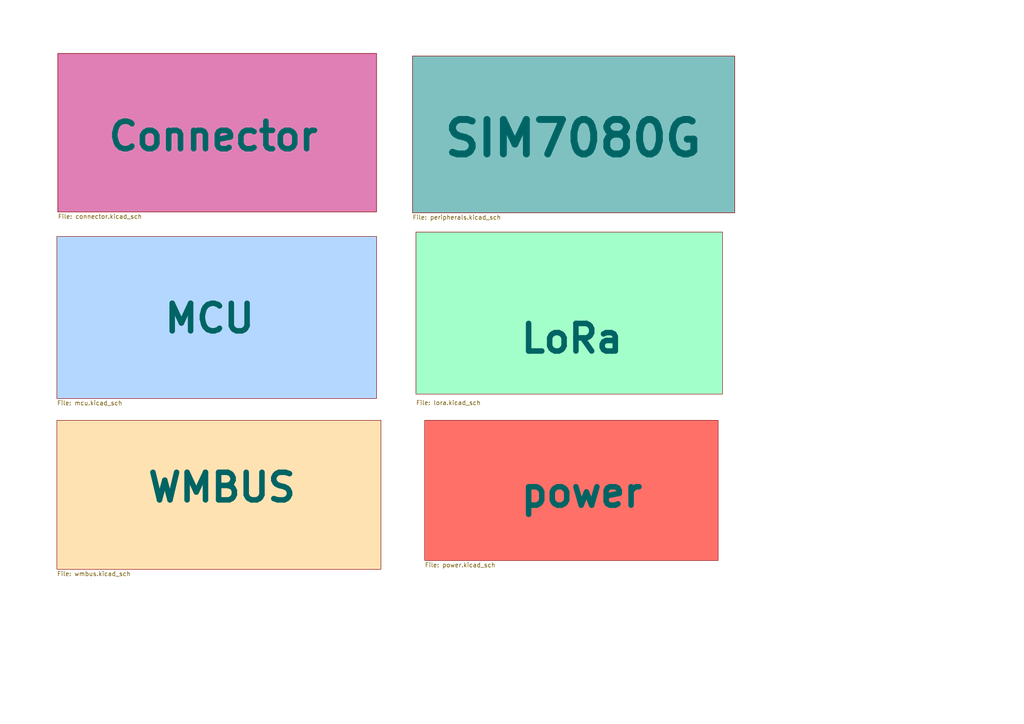
<source format=kicad_sch>
(kicad_sch
	(version 20231120)
	(generator "eeschema")
	(generator_version "8.0")
	(uuid "9e4c0f80-14bc-451b-8b05-b2f0d1a90e15")
	(paper "A4")
	(title_block
		(title "IoT Gateway")
		(date "2024-10-15")
		(rev "v0.1.0")
		(company "Abstract Machines")
		(comment 1 "Designed By: Rodney Osodo")
		(comment 2 "Approved By: Jones Kisaka")
	)
	(lib_symbols)
	(sheet
		(at 123.19 121.92)
		(size 85.09 40.64)
		(stroke
			(width 0.1524)
			(type solid)
		)
		(fill
			(color 255 112 105 1.0000)
		)
		(uuid "310ecb84-34d7-40c7-af4a-64082051a5f6")
		(property "Sheetname" "power"
			(at 150.368 147.574 0)
			(effects
				(font
					(size 8.001 8.001)
					(thickness 1.6002)
					(bold yes)
				)
				(justify left bottom)
			)
		)
		(property "Sheetfile" "power.kicad_sch"
			(at 123.19 163.1446 0)
			(effects
				(font
					(size 1.27 1.27)
				)
				(justify left top)
			)
		)
		(instances
			(project "s0"
				(path "/9e4c0f80-14bc-451b-8b05-b2f0d1a90e15"
					(page "7")
				)
			)
		)
	)
	(sheet
		(at 16.51 121.92)
		(size 93.98 43.18)
		(stroke
			(width 0.1524)
			(type solid)
		)
		(fill
			(color 255 226 178 1.0000)
		)
		(uuid "3bbb84ad-503a-4b2d-9543-6ed81c985ce9")
		(property "Sheetname" "WMBUS"
			(at 42.164 146.05 0)
			(effects
				(font
					(size 8 8)
					(thickness 1.6)
					(bold yes)
				)
				(justify left bottom)
			)
		)
		(property "Sheetfile" "wmbus.kicad_sch"
			(at 16.51 165.6846 0)
			(effects
				(font
					(size 1.27 1.27)
				)
				(justify left top)
			)
		)
		(instances
			(project "s0"
				(path "/9e4c0f80-14bc-451b-8b05-b2f0d1a90e15"
					(page "6")
				)
			)
		)
	)
	(sheet
		(at 16.51 68.58)
		(size 92.71 46.99)
		(stroke
			(width 0.1524)
			(type solid)
		)
		(fill
			(color 179 215 255 1.0000)
		)
		(uuid "5c610c02-cc6e-495f-915f-5f97a877cabd")
		(property "Sheetname" "MCU"
			(at 46.99 97.028 0)
			(effects
				(font
					(size 8 8)
					(thickness 1.6)
					(bold yes)
				)
				(justify left bottom)
			)
		)
		(property "Sheetfile" "mcu.kicad_sch"
			(at 16.51 116.1546 0)
			(effects
				(font
					(size 1.27 1.27)
				)
				(justify left top)
			)
		)
		(instances
			(project "s0"
				(path "/9e4c0f80-14bc-451b-8b05-b2f0d1a90e15"
					(page "4")
				)
			)
		)
	)
	(sheet
		(at 119.634 16.256)
		(size 93.472 45.466)
		(stroke
			(width 0.1524)
			(type solid)
		)
		(fill
			(color 0 132 132 0.5000)
		)
		(uuid "6cab89f1-e367-45d3-9508-6366c1d394b8")
		(property "Sheetname" "SIM7080G"
			(at 128.016 45.974 0)
			(effects
				(font
					(size 10 10)
					(thickness 2)
					(bold yes)
				)
				(justify left bottom)
			)
		)
		(property "Sheetfile" "peripherals.kicad_sch"
			(at 119.634 62.3066 0)
			(effects
				(font
					(size 1.27 1.27)
				)
				(justify left top)
			)
		)
		(instances
			(project "s0"
				(path "/9e4c0f80-14bc-451b-8b05-b2f0d1a90e15"
					(page "3")
				)
			)
		)
	)
	(sheet
		(at 16.764 15.494)
		(size 92.456 45.974)
		(stroke
			(width 0.1524)
			(type solid)
		)
		(fill
			(color 194 0 108 0.5000)
		)
		(uuid "83e4a99f-78ba-41d9-bb2e-d560aa576bd6")
		(property "Sheetname" "Connector"
			(at 30.734 44.196 0)
			(effects
				(font
					(size 8 8)
					(bold yes)
				)
				(justify left bottom)
			)
		)
		(property "Sheetfile" "connector.kicad_sch"
			(at 16.764 62.0526 0)
			(effects
				(font
					(size 1.27 1.27)
				)
				(justify left top)
			)
		)
		(instances
			(project "s0"
				(path "/9e4c0f80-14bc-451b-8b05-b2f0d1a90e15"
					(page "2")
				)
			)
		)
	)
	(sheet
		(at 120.65 67.31)
		(size 88.9 46.99)
		(stroke
			(width 0.1524)
			(type solid)
		)
		(fill
			(color 163 255 202 1.0000)
		)
		(uuid "a38a5424-854a-4628-876d-ce694417db1d")
		(property "Sheetname" "LoRa"
			(at 150.368 102.87 0)
			(effects
				(font
					(size 8 8)
					(thickness 1.6)
					(bold yes)
				)
				(justify left bottom)
			)
		)
		(property "Sheetfile" "lora.kicad_sch"
			(at 120.65 116.078 0)
			(effects
				(font
					(size 1.27 1.27)
				)
				(justify left top)
			)
		)
		(instances
			(project "s0"
				(path "/9e4c0f80-14bc-451b-8b05-b2f0d1a90e15"
					(page "5")
				)
			)
		)
	)
	(sheet_instances
		(path "/"
			(page "1")
		)
	)
)

</source>
